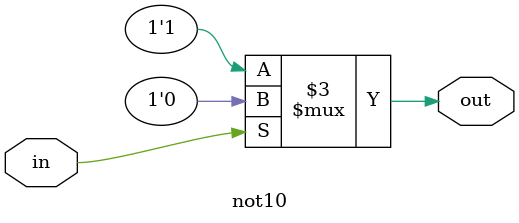
<source format=v>
module not10 (
  input in,
  output reg out
);


    always @(*) begin
        case (in)
            1'b0: out = 1'b1;
            default: out = 1'b0;
        endcase
    end

endmodule
</source>
